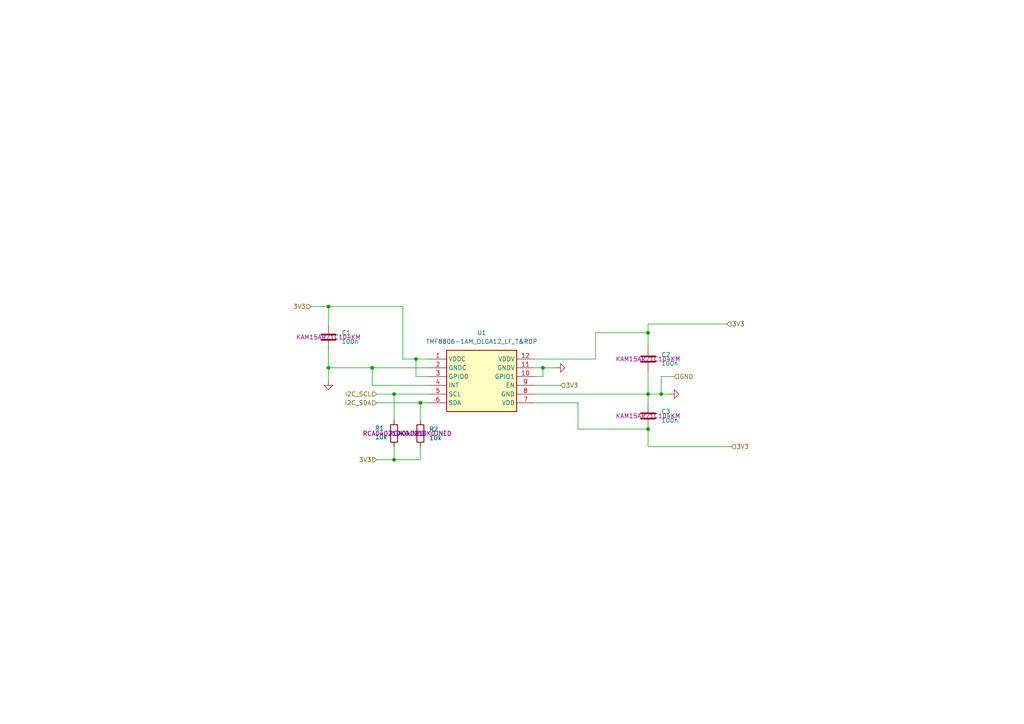
<source format=kicad_sch>
(kicad_sch
	(version 20250114)
	(generator "eeschema")
	(generator_version "9.0")
	(uuid "6815ce5d-1c5f-4b61-9d82-d97b86844b09")
	(paper "A4")
	(lib_symbols
		(symbol "Device:C"
			(pin_numbers
				(hide yes)
			)
			(pin_names
				(offset 0.254)
			)
			(exclude_from_sim no)
			(in_bom yes)
			(on_board yes)
			(property "Reference" "C"
				(at 0.635 2.54 0)
				(effects
					(font
						(size 1.27 1.27)
					)
					(justify left)
				)
			)
			(property "Value" "C"
				(at 0.635 -2.54 0)
				(effects
					(font
						(size 1.27 1.27)
					)
					(justify left)
				)
			)
			(property "Footprint" ""
				(at 0.9652 -3.81 0)
				(effects
					(font
						(size 1.27 1.27)
					)
					(hide yes)
				)
			)
			(property "Datasheet" "~"
				(at 0 0 0)
				(effects
					(font
						(size 1.27 1.27)
					)
					(hide yes)
				)
			)
			(property "Description" "Unpolarized capacitor"
				(at 0 0 0)
				(effects
					(font
						(size 1.27 1.27)
					)
					(hide yes)
				)
			)
			(property "ki_keywords" "cap capacitor"
				(at 0 0 0)
				(effects
					(font
						(size 1.27 1.27)
					)
					(hide yes)
				)
			)
			(property "ki_fp_filters" "C_*"
				(at 0 0 0)
				(effects
					(font
						(size 1.27 1.27)
					)
					(hide yes)
				)
			)
			(symbol "C_0_1"
				(polyline
					(pts
						(xy -2.032 0.762) (xy 2.032 0.762)
					)
					(stroke
						(width 0.508)
						(type default)
					)
					(fill
						(type none)
					)
				)
				(polyline
					(pts
						(xy -2.032 -0.762) (xy 2.032 -0.762)
					)
					(stroke
						(width 0.508)
						(type default)
					)
					(fill
						(type none)
					)
				)
			)
			(symbol "C_1_1"
				(pin passive line
					(at 0 3.81 270)
					(length 2.794)
					(name "~"
						(effects
							(font
								(size 1.27 1.27)
							)
						)
					)
					(number "1"
						(effects
							(font
								(size 1.27 1.27)
							)
						)
					)
				)
				(pin passive line
					(at 0 -3.81 90)
					(length 2.794)
					(name "~"
						(effects
							(font
								(size 1.27 1.27)
							)
						)
					)
					(number "2"
						(effects
							(font
								(size 1.27 1.27)
							)
						)
					)
				)
			)
			(embedded_fonts no)
		)
		(symbol "Device:R"
			(pin_numbers
				(hide yes)
			)
			(pin_names
				(offset 0)
			)
			(exclude_from_sim no)
			(in_bom yes)
			(on_board yes)
			(property "Reference" "R"
				(at 2.032 0 90)
				(effects
					(font
						(size 1.27 1.27)
					)
				)
			)
			(property "Value" "R"
				(at 0 0 90)
				(effects
					(font
						(size 1.27 1.27)
					)
				)
			)
			(property "Footprint" ""
				(at -1.778 0 90)
				(effects
					(font
						(size 1.27 1.27)
					)
					(hide yes)
				)
			)
			(property "Datasheet" "~"
				(at 0 0 0)
				(effects
					(font
						(size 1.27 1.27)
					)
					(hide yes)
				)
			)
			(property "Description" "Resistor"
				(at 0 0 0)
				(effects
					(font
						(size 1.27 1.27)
					)
					(hide yes)
				)
			)
			(property "ki_keywords" "R res resistor"
				(at 0 0 0)
				(effects
					(font
						(size 1.27 1.27)
					)
					(hide yes)
				)
			)
			(property "ki_fp_filters" "R_*"
				(at 0 0 0)
				(effects
					(font
						(size 1.27 1.27)
					)
					(hide yes)
				)
			)
			(symbol "R_0_1"
				(rectangle
					(start -1.016 -2.54)
					(end 1.016 2.54)
					(stroke
						(width 0.254)
						(type default)
					)
					(fill
						(type none)
					)
				)
			)
			(symbol "R_1_1"
				(pin passive line
					(at 0 3.81 270)
					(length 1.27)
					(name "~"
						(effects
							(font
								(size 1.27 1.27)
							)
						)
					)
					(number "1"
						(effects
							(font
								(size 1.27 1.27)
							)
						)
					)
				)
				(pin passive line
					(at 0 -3.81 90)
					(length 1.27)
					(name "~"
						(effects
							(font
								(size 1.27 1.27)
							)
						)
					)
					(number "2"
						(effects
							(font
								(size 1.27 1.27)
							)
						)
					)
				)
			)
			(embedded_fonts no)
		)
		(symbol "Smart_helmet:TMF8806-1AM_OLGA12_LF_T&RDP"
			(exclude_from_sim no)
			(in_bom yes)
			(on_board yes)
			(property "Reference" "U"
				(at 26.67 7.62 0)
				(effects
					(font
						(size 1.27 1.27)
					)
					(justify left top)
				)
			)
			(property "Value" "TMF8806-1AM_OLGA12_LF_T&RDP"
				(at 26.67 5.08 0)
				(effects
					(font
						(size 1.27 1.27)
					)
					(justify left top)
				)
			)
			(property "Footprint" "TMF88061AMOLGA12LFTRDP"
				(at 26.67 -94.92 0)
				(effects
					(font
						(size 1.27 1.27)
					)
					(justify left top)
					(hide yes)
				)
			)
			(property "Datasheet" "https://look.ams-osram.com/m/6df9ed5e6992daaa/original/TMF8806-Time-of-flight-sensor.pdf"
				(at 26.67 -194.92 0)
				(effects
					(font
						(size 1.27 1.27)
					)
					(justify left top)
					(hide yes)
				)
			)
			(property "Description" "Distance Sensor ICs & Embedded Modules 5m single-zone dToF solution"
				(at 0 0 0)
				(effects
					(font
						(size 1.27 1.27)
					)
					(hide yes)
				)
			)
			(property "Height" "1.07"
				(at 26.67 -394.92 0)
				(effects
					(font
						(size 1.27 1.27)
					)
					(justify left top)
					(hide yes)
				)
			)
			(property "Mouser Part Number" ""
				(at 26.67 -494.92 0)
				(effects
					(font
						(size 1.27 1.27)
					)
					(justify left top)
					(hide yes)
				)
			)
			(property "Mouser Price/Stock" ""
				(at 26.67 -594.92 0)
				(effects
					(font
						(size 1.27 1.27)
					)
					(justify left top)
					(hide yes)
				)
			)
			(property "Manufacturer_Name" "ams OSRAM"
				(at 26.67 -694.92 0)
				(effects
					(font
						(size 1.27 1.27)
					)
					(justify left top)
					(hide yes)
				)
			)
			(property "Manufacturer_Part_Number" "TMF8806-1AM OLGA12 LF T&RDP"
				(at 26.67 -794.92 0)
				(effects
					(font
						(size 1.27 1.27)
					)
					(justify left top)
					(hide yes)
				)
			)
			(symbol "TMF8806-1AM_OLGA12_LF_T&RDP_1_1"
				(rectangle
					(start 5.08 2.54)
					(end 25.4 -15.24)
					(stroke
						(width 0.254)
						(type default)
					)
					(fill
						(type background)
					)
				)
				(pin passive line
					(at 0 0 0)
					(length 5.08)
					(name "VDDC"
						(effects
							(font
								(size 1.27 1.27)
							)
						)
					)
					(number "1"
						(effects
							(font
								(size 1.27 1.27)
							)
						)
					)
				)
				(pin passive line
					(at 0 -2.54 0)
					(length 5.08)
					(name "GNDC"
						(effects
							(font
								(size 1.27 1.27)
							)
						)
					)
					(number "2"
						(effects
							(font
								(size 1.27 1.27)
							)
						)
					)
				)
				(pin passive line
					(at 0 -5.08 0)
					(length 5.08)
					(name "GPIO0"
						(effects
							(font
								(size 1.27 1.27)
							)
						)
					)
					(number "3"
						(effects
							(font
								(size 1.27 1.27)
							)
						)
					)
				)
				(pin passive line
					(at 0 -7.62 0)
					(length 5.08)
					(name "INT"
						(effects
							(font
								(size 1.27 1.27)
							)
						)
					)
					(number "4"
						(effects
							(font
								(size 1.27 1.27)
							)
						)
					)
				)
				(pin passive line
					(at 0 -10.16 0)
					(length 5.08)
					(name "SCL"
						(effects
							(font
								(size 1.27 1.27)
							)
						)
					)
					(number "5"
						(effects
							(font
								(size 1.27 1.27)
							)
						)
					)
				)
				(pin passive line
					(at 0 -12.7 0)
					(length 5.08)
					(name "SDA"
						(effects
							(font
								(size 1.27 1.27)
							)
						)
					)
					(number "6"
						(effects
							(font
								(size 1.27 1.27)
							)
						)
					)
				)
				(pin passive line
					(at 30.48 0 180)
					(length 5.08)
					(name "VDDV"
						(effects
							(font
								(size 1.27 1.27)
							)
						)
					)
					(number "12"
						(effects
							(font
								(size 1.27 1.27)
							)
						)
					)
				)
				(pin passive line
					(at 30.48 -2.54 180)
					(length 5.08)
					(name "GNDV"
						(effects
							(font
								(size 1.27 1.27)
							)
						)
					)
					(number "11"
						(effects
							(font
								(size 1.27 1.27)
							)
						)
					)
				)
				(pin passive line
					(at 30.48 -5.08 180)
					(length 5.08)
					(name "GPIO1"
						(effects
							(font
								(size 1.27 1.27)
							)
						)
					)
					(number "10"
						(effects
							(font
								(size 1.27 1.27)
							)
						)
					)
				)
				(pin passive line
					(at 30.48 -7.62 180)
					(length 5.08)
					(name "EN"
						(effects
							(font
								(size 1.27 1.27)
							)
						)
					)
					(number "9"
						(effects
							(font
								(size 1.27 1.27)
							)
						)
					)
				)
				(pin passive line
					(at 30.48 -10.16 180)
					(length 5.08)
					(name "GND"
						(effects
							(font
								(size 1.27 1.27)
							)
						)
					)
					(number "8"
						(effects
							(font
								(size 1.27 1.27)
							)
						)
					)
				)
				(pin passive line
					(at 30.48 -12.7 180)
					(length 5.08)
					(name "VDD"
						(effects
							(font
								(size 1.27 1.27)
							)
						)
					)
					(number "7"
						(effects
							(font
								(size 1.27 1.27)
							)
						)
					)
				)
			)
			(embedded_fonts no)
		)
		(symbol "power:GND"
			(power)
			(pin_numbers
				(hide yes)
			)
			(pin_names
				(offset 0)
				(hide yes)
			)
			(exclude_from_sim no)
			(in_bom yes)
			(on_board yes)
			(property "Reference" "#PWR"
				(at 0 -6.35 0)
				(effects
					(font
						(size 1.27 1.27)
					)
					(hide yes)
				)
			)
			(property "Value" "GND"
				(at 0 -3.81 0)
				(effects
					(font
						(size 1.27 1.27)
					)
				)
			)
			(property "Footprint" ""
				(at 0 0 0)
				(effects
					(font
						(size 1.27 1.27)
					)
					(hide yes)
				)
			)
			(property "Datasheet" ""
				(at 0 0 0)
				(effects
					(font
						(size 1.27 1.27)
					)
					(hide yes)
				)
			)
			(property "Description" "Power symbol creates a global label with name \"GND\" , ground"
				(at 0 0 0)
				(effects
					(font
						(size 1.27 1.27)
					)
					(hide yes)
				)
			)
			(property "ki_keywords" "global power"
				(at 0 0 0)
				(effects
					(font
						(size 1.27 1.27)
					)
					(hide yes)
				)
			)
			(symbol "GND_0_1"
				(polyline
					(pts
						(xy 0 0) (xy 0 -1.27) (xy 1.27 -1.27) (xy 0 -2.54) (xy -1.27 -1.27) (xy 0 -1.27)
					)
					(stroke
						(width 0)
						(type default)
					)
					(fill
						(type none)
					)
				)
			)
			(symbol "GND_1_1"
				(pin power_in line
					(at 0 0 270)
					(length 0)
					(name "~"
						(effects
							(font
								(size 1.27 1.27)
							)
						)
					)
					(number "1"
						(effects
							(font
								(size 1.27 1.27)
							)
						)
					)
				)
			)
			(embedded_fonts no)
		)
	)
	(junction
		(at 95.25 88.9)
		(diameter 0)
		(color 0 0 0 0)
		(uuid "0476fda4-f283-4e51-a073-41ffccbcb7fd")
	)
	(junction
		(at 121.92 116.84)
		(diameter 0)
		(color 0 0 0 0)
		(uuid "178e2b79-34d9-48cf-8f11-6f822b9ceffd")
	)
	(junction
		(at 114.3 114.3)
		(diameter 0)
		(color 0 0 0 0)
		(uuid "48a38b82-66b3-467c-aa5b-0bdf9986f86c")
	)
	(junction
		(at 187.96 124.46)
		(diameter 0)
		(color 0 0 0 0)
		(uuid "49fe2c1f-07ad-4b16-92ac-2b165409daac")
	)
	(junction
		(at 187.96 96.52)
		(diameter 0)
		(color 0 0 0 0)
		(uuid "4bc9458e-f8dc-4067-b3b6-fb5087df99ea")
	)
	(junction
		(at 157.48 106.68)
		(diameter 0)
		(color 0 0 0 0)
		(uuid "4be93e65-e8a1-44cb-a8df-30842dd278d1")
	)
	(junction
		(at 107.95 106.68)
		(diameter 0)
		(color 0 0 0 0)
		(uuid "960df934-baf6-4873-b768-9fc333cbf22e")
	)
	(junction
		(at 114.3 133.35)
		(diameter 0)
		(color 0 0 0 0)
		(uuid "badaef1e-d5f2-447e-86a3-a37844ad0d67")
	)
	(junction
		(at 191.77 114.3)
		(diameter 0)
		(color 0 0 0 0)
		(uuid "ce53697e-1541-45b3-be3c-02b3311b5f65")
	)
	(junction
		(at 95.25 106.68)
		(diameter 0)
		(color 0 0 0 0)
		(uuid "eab602a5-51c9-464f-a6ac-b23d15b8b4bf")
	)
	(junction
		(at 120.65 104.14)
		(diameter 0)
		(color 0 0 0 0)
		(uuid "ef9bb384-c09d-41a8-9fdb-c2167aae25a4")
	)
	(junction
		(at 187.96 114.3)
		(diameter 0)
		(color 0 0 0 0)
		(uuid "f2b90526-ecc7-4cb2-8ce8-f6a67c2373dd")
	)
	(wire
		(pts
			(xy 109.22 116.84) (xy 121.92 116.84)
		)
		(stroke
			(width 0)
			(type default)
		)
		(uuid "15828b9c-7af5-47a5-9356-d2bbbc71a184")
	)
	(wire
		(pts
			(xy 109.22 133.35) (xy 114.3 133.35)
		)
		(stroke
			(width 0)
			(type default)
		)
		(uuid "1a44fd3e-8d8c-4474-9e37-58a688e0ebde")
	)
	(wire
		(pts
			(xy 124.46 109.22) (xy 120.65 109.22)
		)
		(stroke
			(width 0)
			(type default)
		)
		(uuid "254deb60-d594-4e22-966a-10f367c2a33d")
	)
	(wire
		(pts
			(xy 187.96 96.52) (xy 187.96 100.33)
		)
		(stroke
			(width 0)
			(type default)
		)
		(uuid "26fcd317-f967-46fe-acb6-f092ef2680bc")
	)
	(wire
		(pts
			(xy 187.96 107.95) (xy 187.96 114.3)
		)
		(stroke
			(width 0)
			(type default)
		)
		(uuid "30302dba-4e35-441e-9e05-e56c4f833eab")
	)
	(wire
		(pts
			(xy 116.84 88.9) (xy 95.25 88.9)
		)
		(stroke
			(width 0)
			(type default)
		)
		(uuid "34417b60-f2d1-4b41-a2c6-07feeecdb6ab")
	)
	(wire
		(pts
			(xy 154.94 104.14) (xy 172.72 104.14)
		)
		(stroke
			(width 0)
			(type default)
		)
		(uuid "416a78c6-fc45-452d-9389-b88d0a0d8875")
	)
	(wire
		(pts
			(xy 172.72 104.14) (xy 172.72 96.52)
		)
		(stroke
			(width 0)
			(type default)
		)
		(uuid "44583b49-832b-48ec-8494-3f0821f22ccb")
	)
	(wire
		(pts
			(xy 90.17 88.9) (xy 95.25 88.9)
		)
		(stroke
			(width 0)
			(type default)
		)
		(uuid "44ee336f-e174-4b66-b649-ea9518853e2b")
	)
	(wire
		(pts
			(xy 95.25 101.6) (xy 95.25 106.68)
		)
		(stroke
			(width 0)
			(type default)
		)
		(uuid "46dd8010-db03-46ff-9cf9-7dd014635fb2")
	)
	(wire
		(pts
			(xy 157.48 109.22) (xy 157.48 106.68)
		)
		(stroke
			(width 0)
			(type default)
		)
		(uuid "4b6124ca-1374-4ccd-b32e-375c0e8e77b3")
	)
	(wire
		(pts
			(xy 154.94 106.68) (xy 157.48 106.68)
		)
		(stroke
			(width 0)
			(type default)
		)
		(uuid "4ca2d003-fa17-4031-898b-a7042ead4907")
	)
	(wire
		(pts
			(xy 114.3 114.3) (xy 124.46 114.3)
		)
		(stroke
			(width 0)
			(type default)
		)
		(uuid "54ec2e21-c338-41c3-b7ab-278a9fa942d5")
	)
	(wire
		(pts
			(xy 107.95 106.68) (xy 95.25 106.68)
		)
		(stroke
			(width 0)
			(type default)
		)
		(uuid "56202b10-c776-455e-8dd3-7c800c64485f")
	)
	(wire
		(pts
			(xy 120.65 104.14) (xy 116.84 104.14)
		)
		(stroke
			(width 0)
			(type default)
		)
		(uuid "565010e0-d63b-4feb-997e-ae9c843aca18")
	)
	(wire
		(pts
			(xy 187.96 129.54) (xy 187.96 124.46)
		)
		(stroke
			(width 0)
			(type default)
		)
		(uuid "5d8aaeea-3f1c-4eaa-b9e6-17f949f59765")
	)
	(wire
		(pts
			(xy 154.94 114.3) (xy 187.96 114.3)
		)
		(stroke
			(width 0)
			(type default)
		)
		(uuid "6f338ca4-e498-4c72-9cf0-9fc03a74e516")
	)
	(wire
		(pts
			(xy 121.92 116.84) (xy 124.46 116.84)
		)
		(stroke
			(width 0)
			(type default)
		)
		(uuid "75425b94-64e6-4524-9c6d-983a25e0ad60")
	)
	(wire
		(pts
			(xy 120.65 109.22) (xy 120.65 104.14)
		)
		(stroke
			(width 0)
			(type default)
		)
		(uuid "8272b5d2-3156-4035-9321-c2f665e41d92")
	)
	(wire
		(pts
			(xy 114.3 133.35) (xy 114.3 129.54)
		)
		(stroke
			(width 0)
			(type default)
		)
		(uuid "83bd2328-3202-4794-b1c3-cb3ed1da796a")
	)
	(wire
		(pts
			(xy 154.94 116.84) (xy 167.64 116.84)
		)
		(stroke
			(width 0)
			(type default)
		)
		(uuid "8c8fa373-a802-4d44-9961-258b447d1d67")
	)
	(wire
		(pts
			(xy 107.95 111.76) (xy 107.95 106.68)
		)
		(stroke
			(width 0)
			(type default)
		)
		(uuid "8e1fd11d-23f1-498d-8ac3-eb2fe0aaa5b4")
	)
	(wire
		(pts
			(xy 187.96 129.54) (xy 212.09 129.54)
		)
		(stroke
			(width 0)
			(type default)
		)
		(uuid "8f79b560-e042-4979-b451-940c1c1a55f8")
	)
	(wire
		(pts
			(xy 187.96 114.3) (xy 191.77 114.3)
		)
		(stroke
			(width 0)
			(type default)
		)
		(uuid "980a3a84-506b-4aa6-8b24-19069424ffdf")
	)
	(wire
		(pts
			(xy 95.25 88.9) (xy 95.25 93.98)
		)
		(stroke
			(width 0)
			(type default)
		)
		(uuid "9d5b3886-1b8a-477d-82e5-805bdee0ff31")
	)
	(wire
		(pts
			(xy 157.48 106.68) (xy 161.29 106.68)
		)
		(stroke
			(width 0)
			(type default)
		)
		(uuid "a5030613-1b59-4fa1-97b1-a3b21e2e997a")
	)
	(wire
		(pts
			(xy 154.94 109.22) (xy 157.48 109.22)
		)
		(stroke
			(width 0)
			(type default)
		)
		(uuid "a5990a66-3a17-4051-907f-e47bc2ee7116")
	)
	(wire
		(pts
			(xy 124.46 111.76) (xy 107.95 111.76)
		)
		(stroke
			(width 0)
			(type default)
		)
		(uuid "a635a477-5f8a-4b82-a86c-0197dfc4da23")
	)
	(wire
		(pts
			(xy 114.3 114.3) (xy 114.3 121.92)
		)
		(stroke
			(width 0)
			(type default)
		)
		(uuid "ae374b8f-46a7-4936-ab9d-5f093491303c")
	)
	(wire
		(pts
			(xy 195.58 109.22) (xy 191.77 109.22)
		)
		(stroke
			(width 0)
			(type default)
		)
		(uuid "af16a67e-6953-4850-95c5-2124b34c8b0c")
	)
	(wire
		(pts
			(xy 210.82 93.98) (xy 187.96 93.98)
		)
		(stroke
			(width 0)
			(type default)
		)
		(uuid "b15629e4-2bbd-49f5-bd23-693c3efd7678")
	)
	(wire
		(pts
			(xy 116.84 104.14) (xy 116.84 88.9)
		)
		(stroke
			(width 0)
			(type default)
		)
		(uuid "b4fee98b-0b4c-4d55-b42c-8097d9b632a8")
	)
	(wire
		(pts
			(xy 187.96 116.84) (xy 187.96 114.3)
		)
		(stroke
			(width 0)
			(type default)
		)
		(uuid "b8ffea52-099b-41ea-8c76-ecf8feb0341c")
	)
	(wire
		(pts
			(xy 167.64 116.84) (xy 167.64 124.46)
		)
		(stroke
			(width 0)
			(type default)
		)
		(uuid "c08d412e-87e4-4baf-8a7c-52644d30fc18")
	)
	(wire
		(pts
			(xy 124.46 106.68) (xy 107.95 106.68)
		)
		(stroke
			(width 0)
			(type default)
		)
		(uuid "c31c1043-8861-4eff-a22a-94bf3b023ba3")
	)
	(wire
		(pts
			(xy 191.77 114.3) (xy 194.31 114.3)
		)
		(stroke
			(width 0)
			(type default)
		)
		(uuid "c688aae7-2e36-4689-8e29-725fe31e50c6")
	)
	(wire
		(pts
			(xy 114.3 133.35) (xy 121.92 133.35)
		)
		(stroke
			(width 0)
			(type default)
		)
		(uuid "c84b4966-316e-4971-bcc8-4b3b9f5de419")
	)
	(wire
		(pts
			(xy 172.72 96.52) (xy 187.96 96.52)
		)
		(stroke
			(width 0)
			(type default)
		)
		(uuid "cdef8b9d-8a5d-4ea4-a795-3a216246f257")
	)
	(wire
		(pts
			(xy 167.64 124.46) (xy 187.96 124.46)
		)
		(stroke
			(width 0)
			(type default)
		)
		(uuid "cefe406f-b404-42eb-9af1-f5839fbb6d5a")
	)
	(wire
		(pts
			(xy 95.25 110.49) (xy 95.25 106.68)
		)
		(stroke
			(width 0)
			(type default)
		)
		(uuid "d177ad7c-9b25-4acb-957a-f9f2eb6d4da5")
	)
	(wire
		(pts
			(xy 191.77 109.22) (xy 191.77 114.3)
		)
		(stroke
			(width 0)
			(type default)
		)
		(uuid "d3e14d52-4ea4-4581-8e0e-eb6dd973f3df")
	)
	(wire
		(pts
			(xy 109.22 114.3) (xy 114.3 114.3)
		)
		(stroke
			(width 0)
			(type default)
		)
		(uuid "db319614-53f7-4a5d-8295-352bb3c8ad37")
	)
	(wire
		(pts
			(xy 121.92 129.54) (xy 121.92 133.35)
		)
		(stroke
			(width 0)
			(type default)
		)
		(uuid "e4327edb-5f29-4e6f-9a70-4fa65799f3f2")
	)
	(wire
		(pts
			(xy 121.92 116.84) (xy 121.92 121.92)
		)
		(stroke
			(width 0)
			(type default)
		)
		(uuid "e49762f3-2216-473f-8d5e-15b17d4b7463")
	)
	(wire
		(pts
			(xy 124.46 104.14) (xy 120.65 104.14)
		)
		(stroke
			(width 0)
			(type default)
		)
		(uuid "ec431392-5589-4898-b4fd-72a5b94b3cc2")
	)
	(wire
		(pts
			(xy 187.96 93.98) (xy 187.96 96.52)
		)
		(stroke
			(width 0)
			(type default)
		)
		(uuid "f751d53b-ee0a-4100-bc68-50577028ec92")
	)
	(wire
		(pts
			(xy 154.94 111.76) (xy 162.56 111.76)
		)
		(stroke
			(width 0)
			(type default)
		)
		(uuid "fab37cb3-224c-46e4-a507-b5d4d6772d56")
	)
	(hierarchical_label "3V3"
		(shape input)
		(at 212.09 129.54 0)
		(effects
			(font
				(size 1.27 1.27)
			)
			(justify left)
		)
		(uuid "11b45628-84d9-4de5-973a-2a9d5511a66a")
	)
	(hierarchical_label "GND"
		(shape input)
		(at 195.58 109.22 0)
		(effects
			(font
				(size 1.27 1.27)
			)
			(justify left)
		)
		(uuid "3def766b-dc9a-4d0f-8d03-22037e5b1587")
	)
	(hierarchical_label "I2C_SCL"
		(shape input)
		(at 109.22 114.3 180)
		(effects
			(font
				(size 1.27 1.27)
			)
			(justify right)
		)
		(uuid "5e59ea57-55e8-4efb-9ba4-60056489a97c")
	)
	(hierarchical_label "I2C_SDA"
		(shape input)
		(at 109.22 116.84 180)
		(effects
			(font
				(size 1.27 1.27)
			)
			(justify right)
		)
		(uuid "704a77a3-00ac-4814-8a8a-a64229084cb9")
	)
	(hierarchical_label "3V3"
		(shape input)
		(at 90.17 88.9 180)
		(effects
			(font
				(size 1.27 1.27)
			)
			(justify right)
		)
		(uuid "743000de-c2c3-441e-9f5e-f033f17e7bf8")
	)
	(hierarchical_label "3V3"
		(shape input)
		(at 162.56 111.76 0)
		(effects
			(font
				(size 1.27 1.27)
			)
			(justify left)
		)
		(uuid "b0290add-933e-475d-837a-169b511a1684")
	)
	(hierarchical_label "3V3"
		(shape input)
		(at 109.22 133.35 180)
		(effects
			(font
				(size 1.27 1.27)
			)
			(justify right)
		)
		(uuid "cefad067-f41c-4599-a1d2-e5f671b4025c")
	)
	(hierarchical_label "3V3"
		(shape input)
		(at 210.82 93.98 0)
		(effects
			(font
				(size 1.27 1.27)
			)
			(justify left)
		)
		(uuid "e0a01c55-f024-431a-8b00-28aed4236723")
	)
	(symbol
		(lib_id "Device:R")
		(at 114.3 125.73 0)
		(unit 1)
		(exclude_from_sim no)
		(in_bom yes)
		(on_board yes)
		(dnp no)
		(uuid "0db3c930-d6a9-4df3-a936-708271f2c344")
		(property "Reference" "R1"
			(at 108.712 124.206 0)
			(effects
				(font
					(size 1.27 1.27)
				)
				(justify left)
			)
		)
		(property "Value" "10k"
			(at 108.712 126.746 0)
			(effects
				(font
					(size 1.27 1.27)
				)
				(justify left)
			)
		)
		(property "Footprint" "Resistor_SMD:R_0402_1005Metric_Pad0.72x0.64mm_HandSolder"
			(at 112.522 125.73 90)
			(effects
				(font
					(size 1.27 1.27)
				)
				(hide yes)
			)
		)
		(property "Datasheet" "https://eu.mouser.com/ProductDetail/Vishay-Draloric/RCA040210K0JNED?qs=sGAEpiMZZMvdGkrng054t3u7mv9ahJp4lh3uFurN0Nk%3D"
			(at 114.3 125.73 0)
			(effects
				(font
					(size 1.27 1.27)
				)
				(hide yes)
			)
		)
		(property "Description" "Resistor"
			(at 114.3 125.73 0)
			(effects
				(font
					(size 1.27 1.27)
				)
				(hide yes)
			)
		)
		(property "Manufacturer_Part_Number" "RCA040210K0JNED"
			(at 114.3 125.73 0)
			(effects
				(font
					(size 1.27 1.27)
				)
			)
		)
		(pin "1"
			(uuid "651c91a5-b41e-41e3-b8b3-056e4b7855c2")
		)
		(pin "2"
			(uuid "65f43b5c-2079-4b5a-bedf-81d3e5bf972e")
		)
		(instances
			(project ""
				(path "/7f96c659-7623-4641-9656-bc143c7b2776/8503966d-9600-45b7-887a-243a98920200"
					(reference "R1")
					(unit 1)
				)
			)
			(project ""
				(path "/e950c836-2ece-4891-a061-955f7c5826a5/bdaf71fd-6922-4147-be8e-07cceabc4283"
					(reference "R?")
					(unit 1)
				)
			)
		)
	)
	(symbol
		(lib_id "Device:R")
		(at 121.92 125.73 0)
		(unit 1)
		(exclude_from_sim no)
		(in_bom yes)
		(on_board yes)
		(dnp no)
		(fields_autoplaced yes)
		(uuid "1a113696-19cc-40ff-a7b7-65f12bfab9a3")
		(property "Reference" "R2"
			(at 124.46 124.4599 0)
			(effects
				(font
					(size 1.27 1.27)
				)
				(justify left)
			)
		)
		(property "Value" "10k"
			(at 124.46 126.9999 0)
			(effects
				(font
					(size 1.27 1.27)
				)
				(justify left)
			)
		)
		(property "Footprint" "Resistor_SMD:R_0402_1005Metric_Pad0.72x0.64mm_HandSolder"
			(at 120.142 125.73 90)
			(effects
				(font
					(size 1.27 1.27)
				)
				(hide yes)
			)
		)
		(property "Datasheet" "https://eu.mouser.com/ProductDetail/Vishay-Draloric/RCA040210K0JNED?qs=sGAEpiMZZMvdGkrng054t3u7mv9ahJp4lh3uFurN0Nk%3D"
			(at 121.92 125.73 0)
			(effects
				(font
					(size 1.27 1.27)
				)
				(hide yes)
			)
		)
		(property "Description" "Resistor"
			(at 121.92 125.73 0)
			(effects
				(font
					(size 1.27 1.27)
				)
				(hide yes)
			)
		)
		(property "Manufacturer_Part_Number" "RCA040210K0JNED"
			(at 121.92 125.73 0)
			(effects
				(font
					(size 1.27 1.27)
				)
			)
		)
		(pin "2"
			(uuid "c568546b-75ec-4d6d-be89-e793dcd8cf00")
		)
		(pin "1"
			(uuid "172e47f1-3323-45ac-9f64-2a6f6746624c")
		)
		(instances
			(project ""
				(path "/7f96c659-7623-4641-9656-bc143c7b2776/8503966d-9600-45b7-887a-243a98920200"
					(reference "R2")
					(unit 1)
				)
			)
			(project ""
				(path "/e950c836-2ece-4891-a061-955f7c5826a5/bdaf71fd-6922-4147-be8e-07cceabc4283"
					(reference "R?")
					(unit 1)
				)
			)
		)
	)
	(symbol
		(lib_id "power:GND")
		(at 95.25 110.49 0)
		(unit 1)
		(exclude_from_sim no)
		(in_bom yes)
		(on_board yes)
		(dnp no)
		(fields_autoplaced yes)
		(uuid "308ca743-2b18-43eb-b070-3d1cccdbbc3d")
		(property "Reference" "#PWR02"
			(at 95.25 116.84 0)
			(effects
				(font
					(size 1.27 1.27)
				)
				(hide yes)
			)
		)
		(property "Value" "GND"
			(at 95.25 115.57 0)
			(effects
				(font
					(size 1.27 1.27)
				)
				(hide yes)
			)
		)
		(property "Footprint" ""
			(at 95.25 110.49 0)
			(effects
				(font
					(size 1.27 1.27)
				)
				(hide yes)
			)
		)
		(property "Datasheet" ""
			(at 95.25 110.49 0)
			(effects
				(font
					(size 1.27 1.27)
				)
				(hide yes)
			)
		)
		(property "Description" "Power symbol creates a global label with name \"GND\" , ground"
			(at 95.25 110.49 0)
			(effects
				(font
					(size 1.27 1.27)
				)
				(hide yes)
			)
		)
		(pin "1"
			(uuid "e422997e-f799-4de4-8165-7eeddb71b49a")
		)
		(instances
			(project "Smart_helmet_BUIFER"
				(path "/7f96c659-7623-4641-9656-bc143c7b2776/8503966d-9600-45b7-887a-243a98920200"
					(reference "#PWR02")
					(unit 1)
				)
			)
			(project "Smart_helmet_BUIFER"
				(path "/e950c836-2ece-4891-a061-955f7c5826a5/bdaf71fd-6922-4147-be8e-07cceabc4283"
					(reference "#PWR?")
					(unit 1)
				)
			)
		)
	)
	(symbol
		(lib_id "power:GND")
		(at 161.29 106.68 90)
		(unit 1)
		(exclude_from_sim no)
		(in_bom yes)
		(on_board yes)
		(dnp no)
		(fields_autoplaced yes)
		(uuid "5df640ce-0d07-4d82-baed-bbda83334eb7")
		(property "Reference" "#PWR03"
			(at 167.64 106.68 0)
			(effects
				(font
					(size 1.27 1.27)
				)
				(hide yes)
			)
		)
		(property "Value" "GND"
			(at 166.37 106.68 0)
			(effects
				(font
					(size 1.27 1.27)
				)
				(hide yes)
			)
		)
		(property "Footprint" ""
			(at 161.29 106.68 0)
			(effects
				(font
					(size 1.27 1.27)
				)
				(hide yes)
			)
		)
		(property "Datasheet" ""
			(at 161.29 106.68 0)
			(effects
				(font
					(size 1.27 1.27)
				)
				(hide yes)
			)
		)
		(property "Description" "Power symbol creates a global label with name \"GND\" , ground"
			(at 161.29 106.68 0)
			(effects
				(font
					(size 1.27 1.27)
				)
				(hide yes)
			)
		)
		(pin "1"
			(uuid "3b6c9c2d-3590-424d-831c-30ec1c7e8715")
		)
		(instances
			(project "Smart_helmet_BUIFER"
				(path "/7f96c659-7623-4641-9656-bc143c7b2776/8503966d-9600-45b7-887a-243a98920200"
					(reference "#PWR03")
					(unit 1)
				)
			)
			(project "Smart_helmet_BUIFER"
				(path "/e950c836-2ece-4891-a061-955f7c5826a5/bdaf71fd-6922-4147-be8e-07cceabc4283"
					(reference "#PWR?")
					(unit 1)
				)
			)
		)
	)
	(symbol
		(lib_id "Smart_helmet:TMF8806-1AM_OLGA12_LF_T&RDP")
		(at 124.46 104.14 0)
		(unit 1)
		(exclude_from_sim no)
		(in_bom yes)
		(on_board yes)
		(dnp no)
		(fields_autoplaced yes)
		(uuid "73a5323a-d35f-46fa-b471-9a240d69ac23")
		(property "Reference" "U1"
			(at 139.7 96.52 0)
			(effects
				(font
					(size 1.27 1.27)
				)
			)
		)
		(property "Value" "TMF8806-1AM_OLGA12_LF_T&RDP"
			(at 139.7 99.06 0)
			(effects
				(font
					(size 1.27 1.27)
				)
			)
		)
		(property "Footprint" "pcb_front_footprints:distance_sensor"
			(at 151.13 199.06 0)
			(effects
				(font
					(size 1.27 1.27)
				)
				(justify left top)
				(hide yes)
			)
		)
		(property "Datasheet" "https://look.ams-osram.com/m/6df9ed5e6992daaa/original/TMF8806-Time-of-flight-sensor.pdf"
			(at 151.13 299.06 0)
			(effects
				(font
					(size 1.27 1.27)
				)
				(justify left top)
				(hide yes)
			)
		)
		(property "Description" "Distance Sensor ICs & Embedded Modules 5m single-zone dToF solution"
			(at 124.46 104.14 0)
			(effects
				(font
					(size 1.27 1.27)
				)
				(hide yes)
			)
		)
		(property "Height" "1.07"
			(at 151.13 499.06 0)
			(effects
				(font
					(size 1.27 1.27)
				)
				(justify left top)
				(hide yes)
			)
		)
		(property "Mouser Part Number" ""
			(at 151.13 599.06 0)
			(effects
				(font
					(size 1.27 1.27)
				)
				(justify left top)
				(hide yes)
			)
		)
		(property "Mouser Price/Stock" ""
			(at 151.13 699.06 0)
			(effects
				(font
					(size 1.27 1.27)
				)
				(justify left top)
				(hide yes)
			)
		)
		(property "Manufacturer_Name" "ams OSRAM"
			(at 151.13 799.06 0)
			(effects
				(font
					(size 1.27 1.27)
				)
				(justify left top)
				(hide yes)
			)
		)
		(property "Manufacturer_Part_Number" "TMF8806-1AM OLGA12 LF T&RDP"
			(at 151.13 899.06 0)
			(effects
				(font
					(size 1.27 1.27)
				)
				(justify left top)
				(hide yes)
			)
		)
		(pin "5"
			(uuid "634d0393-1909-4960-99c1-58c698ec4f86")
		)
		(pin "3"
			(uuid "e1d57b7d-e62a-4f6e-80f3-4d6fa65b4940")
		)
		(pin "6"
			(uuid "3b044f3b-6e43-4ca1-a891-bee280804822")
		)
		(pin "7"
			(uuid "101f7d2f-8ff0-47d5-b1ce-e2f24324e2e2")
		)
		(pin "4"
			(uuid "8549b648-e032-495f-897c-00e554acf9bb")
		)
		(pin "12"
			(uuid "616cb1e1-7ab2-4a8e-b868-ab8cfd2d58c5")
		)
		(pin "8"
			(uuid "df52bcb0-9d06-481b-876d-f6fb42513d1f")
		)
		(pin "10"
			(uuid "595cfb4c-cf23-4cf6-917d-6377588586f5")
		)
		(pin "1"
			(uuid "e01e0a90-02ab-4735-9705-83ebb51bbcfa")
		)
		(pin "11"
			(uuid "fc2362d2-b2c5-429c-ac51-89cedfacbf93")
		)
		(pin "2"
			(uuid "e45c2d7f-ee4e-463b-9cfc-3fd0d26d1e1d")
		)
		(pin "9"
			(uuid "cce9b52b-c407-4ba6-adee-8309362ab519")
		)
		(instances
			(project ""
				(path "/7f96c659-7623-4641-9656-bc143c7b2776/8503966d-9600-45b7-887a-243a98920200"
					(reference "U1")
					(unit 1)
				)
			)
			(project ""
				(path "/e950c836-2ece-4891-a061-955f7c5826a5/bdaf71fd-6922-4147-be8e-07cceabc4283"
					(reference "U?")
					(unit 1)
				)
			)
		)
	)
	(symbol
		(lib_id "Device:C")
		(at 187.96 104.14 0)
		(unit 1)
		(exclude_from_sim no)
		(in_bom yes)
		(on_board yes)
		(dnp no)
		(fields_autoplaced yes)
		(uuid "a6b68b4d-8aac-4755-a190-39386904ce3a")
		(property "Reference" "C2"
			(at 191.77 102.8699 0)
			(effects
				(font
					(size 1.27 1.27)
				)
				(justify left)
			)
		)
		(property "Value" "100n"
			(at 191.77 105.4099 0)
			(effects
				(font
					(size 1.27 1.27)
				)
				(justify left)
			)
		)
		(property "Footprint" "Capacitor_SMD:C_0603_1608Metric_Pad1.08x0.95mm_HandSolder"
			(at 188.9252 107.95 0)
			(effects
				(font
					(size 1.27 1.27)
				)
				(hide yes)
			)
		)
		(property "Datasheet" "https://eu.mouser.com/ProductDetail/KYOCERA-AVX/KAM15AR71C104KM?qs=Jm2GQyTW%2FbjvjfiJhcHTCg%3D%3D"
			(at 187.96 104.14 0)
			(effects
				(font
					(size 1.27 1.27)
				)
				(hide yes)
			)
		)
		(property "Description" "Unpolarized capacitor"
			(at 187.96 104.14 0)
			(effects
				(font
					(size 1.27 1.27)
				)
				(hide yes)
			)
		)
		(property "Manufacturer_Part_Number" "KAM15AR71C104KM"
			(at 187.96 104.14 0)
			(effects
				(font
					(size 1.27 1.27)
				)
			)
		)
		(pin "2"
			(uuid "e8de3fe3-8ade-471b-8968-f73d26855436")
		)
		(pin "1"
			(uuid "89d37c26-5e5a-466a-bd39-0b770ab4af38")
		)
		(instances
			(project ""
				(path "/7f96c659-7623-4641-9656-bc143c7b2776/8503966d-9600-45b7-887a-243a98920200"
					(reference "C2")
					(unit 1)
				)
			)
			(project ""
				(path "/e950c836-2ece-4891-a061-955f7c5826a5/bdaf71fd-6922-4147-be8e-07cceabc4283"
					(reference "C?")
					(unit 1)
				)
			)
		)
	)
	(symbol
		(lib_id "Device:C")
		(at 95.25 97.79 0)
		(unit 1)
		(exclude_from_sim no)
		(in_bom yes)
		(on_board yes)
		(dnp no)
		(fields_autoplaced yes)
		(uuid "abe5cf11-60f8-447f-b4be-1a2c9af34f7b")
		(property "Reference" "C1"
			(at 99.06 96.5199 0)
			(effects
				(font
					(size 1.27 1.27)
				)
				(justify left)
			)
		)
		(property "Value" "100n"
			(at 99.06 99.0599 0)
			(effects
				(font
					(size 1.27 1.27)
				)
				(justify left)
			)
		)
		(property "Footprint" "Capacitor_SMD:C_0603_1608Metric_Pad1.08x0.95mm_HandSolder"
			(at 96.2152 101.6 0)
			(effects
				(font
					(size 1.27 1.27)
				)
				(hide yes)
			)
		)
		(property "Datasheet" "https://eu.mouser.com/ProductDetail/KYOCERA-AVX/KAM15AR71C104KM?qs=Jm2GQyTW%2FbjvjfiJhcHTCg%3D%3D"
			(at 95.25 97.79 0)
			(effects
				(font
					(size 1.27 1.27)
				)
				(hide yes)
			)
		)
		(property "Description" "Unpolarized capacitor"
			(at 95.25 97.79 0)
			(effects
				(font
					(size 1.27 1.27)
				)
				(hide yes)
			)
		)
		(property "Manufacturer_Part_Number" "KAM15AR71C104KM"
			(at 95.25 97.79 0)
			(effects
				(font
					(size 1.27 1.27)
				)
			)
		)
		(pin "1"
			(uuid "125595bf-08c9-49ff-b3fb-0101f1b3b6b9")
		)
		(pin "2"
			(uuid "2213fb1a-bfc9-44f5-9ad2-6fbaf9cf89b4")
		)
		(instances
			(project "Smart_helmet_BUIFER"
				(path "/7f96c659-7623-4641-9656-bc143c7b2776/8503966d-9600-45b7-887a-243a98920200"
					(reference "C1")
					(unit 1)
				)
			)
			(project "Smart_helmet_BUIFER"
				(path "/e950c836-2ece-4891-a061-955f7c5826a5/bdaf71fd-6922-4147-be8e-07cceabc4283"
					(reference "C?")
					(unit 1)
				)
			)
		)
	)
	(symbol
		(lib_id "Device:C")
		(at 187.96 120.65 0)
		(unit 1)
		(exclude_from_sim no)
		(in_bom yes)
		(on_board yes)
		(dnp no)
		(fields_autoplaced yes)
		(uuid "c43a67bf-3d5b-4294-aeee-8f882398f7cc")
		(property "Reference" "C3"
			(at 191.77 119.3799 0)
			(effects
				(font
					(size 1.27 1.27)
				)
				(justify left)
			)
		)
		(property "Value" "100n"
			(at 191.77 121.9199 0)
			(effects
				(font
					(size 1.27 1.27)
				)
				(justify left)
			)
		)
		(property "Footprint" "Capacitor_SMD:C_0603_1608Metric_Pad1.08x0.95mm_HandSolder"
			(at 188.9252 124.46 0)
			(effects
				(font
					(size 1.27 1.27)
				)
				(hide yes)
			)
		)
		(property "Datasheet" "https://eu.mouser.com/ProductDetail/KYOCERA-AVX/KAM15AR71C104KM?qs=Jm2GQyTW%2FbjvjfiJhcHTCg%3D%3D"
			(at 187.96 120.65 0)
			(effects
				(font
					(size 1.27 1.27)
				)
				(hide yes)
			)
		)
		(property "Description" "Unpolarized capacitor"
			(at 187.96 120.65 0)
			(effects
				(font
					(size 1.27 1.27)
				)
				(hide yes)
			)
		)
		(property "Manufacturer_Part_Number" "KAM15AR71C104KM"
			(at 187.96 120.65 0)
			(effects
				(font
					(size 1.27 1.27)
				)
			)
		)
		(pin "1"
			(uuid "a869f8e4-a7c6-44cd-9b8d-ae185aa5c313")
		)
		(pin "2"
			(uuid "6de21857-8fa4-4142-9f4e-ae17cf6e31d2")
		)
		(instances
			(project ""
				(path "/7f96c659-7623-4641-9656-bc143c7b2776/8503966d-9600-45b7-887a-243a98920200"
					(reference "C3")
					(unit 1)
				)
			)
			(project ""
				(path "/e950c836-2ece-4891-a061-955f7c5826a5/bdaf71fd-6922-4147-be8e-07cceabc4283"
					(reference "C?")
					(unit 1)
				)
			)
		)
	)
	(symbol
		(lib_id "power:GND")
		(at 194.31 114.3 90)
		(unit 1)
		(exclude_from_sim no)
		(in_bom yes)
		(on_board yes)
		(dnp no)
		(fields_autoplaced yes)
		(uuid "c6e0696b-8341-4711-b354-dd2b74b970a6")
		(property "Reference" "#PWR04"
			(at 200.66 114.3 0)
			(effects
				(font
					(size 1.27 1.27)
				)
				(hide yes)
			)
		)
		(property "Value" "GND"
			(at 199.39 114.3 0)
			(effects
				(font
					(size 1.27 1.27)
				)
				(hide yes)
			)
		)
		(property "Footprint" ""
			(at 194.31 114.3 0)
			(effects
				(font
					(size 1.27 1.27)
				)
				(hide yes)
			)
		)
		(property "Datasheet" ""
			(at 194.31 114.3 0)
			(effects
				(font
					(size 1.27 1.27)
				)
				(hide yes)
			)
		)
		(property "Description" "Power symbol creates a global label with name \"GND\" , ground"
			(at 194.31 114.3 0)
			(effects
				(font
					(size 1.27 1.27)
				)
				(hide yes)
			)
		)
		(pin "1"
			(uuid "c7c11dd7-f163-4922-a1f8-b8ab782cf0c0")
		)
		(instances
			(project "Smart_helmet_BUIFER"
				(path "/7f96c659-7623-4641-9656-bc143c7b2776/8503966d-9600-45b7-887a-243a98920200"
					(reference "#PWR04")
					(unit 1)
				)
			)
			(project "Smart_helmet_BUIFER"
				(path "/e950c836-2ece-4891-a061-955f7c5826a5/bdaf71fd-6922-4147-be8e-07cceabc4283"
					(reference "#PWR?")
					(unit 1)
				)
			)
		)
	)
)

</source>
